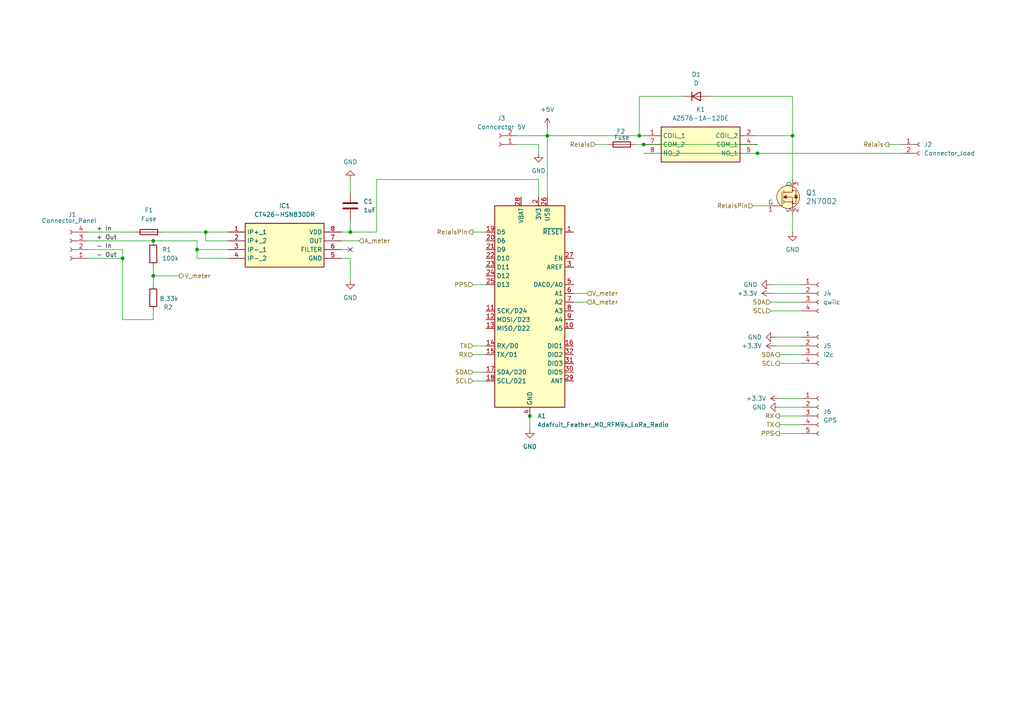
<source format=kicad_sch>
(kicad_sch (version 20231120) (generator "eeschema") (generator_version "8.0")
  (paper "A4")
  (lib_symbols
    (symbol "Connector:Conn_01x02_Socket" (pin_names (offset 1.016) hide)
      (property "Reference" "J" (at 0 2.54 0))
      (property "Value" "Conn_01x02_Socket" (at 0 -5.08 0))
      (symbol "Conn_01x02_Socket_1_1"
        (arc (start 0 -2.032) (mid -0.5058 -2.54) (end 0 -3.048) (stroke (width 0.1524)))
        (polyline (pts (xy -1.27 -2.54) (xy -0.508 -2.54)) (stroke (width 0.1524)))
        (polyline (pts (xy -1.27 0) (xy -0.508 0)) (stroke (width 0.1524)))
        (arc (start 0 0.508) (mid -0.5058 0) (end 0 -0.508) (stroke (width 0.1524)))
        (pin passive line (at -5.08 0 0) (length 3.81) (name "Pin_1") (number "1"))
        (pin passive line (at -5.08 -2.54 0) (length 3.81) (name "Pin_2") (number "2"))
      )
    )
    (symbol "Connector:Conn_01x04_Socket" (pin_names (offset 1.016) hide)
      (property "Reference" "J" (at 0 5.08 0))
      (property "Value" "Conn_01x04_Socket" (at 0 -7.62 0))
      (symbol "Conn_01x04_Socket_1_1"
        (arc (start 0 -4.572) (mid -0.5058 -5.08) (end 0 -5.588) (stroke (width 0.1524)))
        (arc (start 0 -2.032) (mid -0.5058 -2.54) (end 0 -3.048) (stroke (width 0.1524)))
        (polyline (pts (xy -1.27 -5.08) (xy -0.508 -5.08)) (stroke (width 0.1524)))
        (polyline (pts (xy -1.27 -2.54) (xy -0.508 -2.54)) (stroke (width 0.1524)))
        (polyline (pts (xy -1.27 0) (xy -0.508 0)) (stroke (width 0.1524)))
        (polyline (pts (xy -1.27 2.54) (xy -0.508 2.54)) (stroke (width 0.1524)))
        (arc (start 0 0.508) (mid -0.5058 0) (end 0 -0.508) (stroke (width 0.1524)))
        (arc (start 0 3.048) (mid -0.5058 2.54) (end 0 2.032) (stroke (width 0.1524)))
        (pin passive line (at -5.08 2.54 0) (length 3.81) (name "Pin_1") (number "1"))
        (pin passive line (at -5.08 0 0) (length 3.81) (name "Pin_2") (number "2"))
        (pin passive line (at -5.08 -2.54 0) (length 3.81) (name "Pin_3") (number "3"))
        (pin passive line (at -5.08 -5.08 0) (length 3.81) (name "Pin_4") (number "4"))
      )
    )
    (symbol "Connector:Conn_01x05_Socket" (pin_names (offset 1.016) hide)
      (property "Reference" "J" (at 0 7.62 0))
      (property "Value" "Conn_01x05_Socket" (at 0 -7.62 0))
      (symbol "Conn_01x05_Socket_1_1"
        (arc (start 0 -4.572) (mid -0.5058 -5.08) (end 0 -5.588) (stroke (width 0.1524)))
        (arc (start 0 -2.032) (mid -0.5058 -2.54) (end 0 -3.048) (stroke (width 0.1524)))
        (polyline (pts (xy -1.27 -5.08) (xy -0.508 -5.08)) (stroke (width 0.1524)))
        (polyline (pts (xy -1.27 -2.54) (xy -0.508 -2.54)) (stroke (width 0.1524)))
        (polyline (pts (xy -1.27 0) (xy -0.508 0)) (stroke (width 0.1524)))
        (polyline (pts (xy -1.27 2.54) (xy -0.508 2.54)) (stroke (width 0.1524)))
        (polyline (pts (xy -1.27 5.08) (xy -0.508 5.08)) (stroke (width 0.1524)))
        (arc (start 0 0.508) (mid -0.5058 0) (end 0 -0.508) (stroke (width 0.1524)))
        (arc (start 0 3.048) (mid -0.5058 2.54) (end 0 2.032) (stroke (width 0.1524)))
        (arc (start 0 5.588) (mid -0.5058 5.08) (end 0 4.572) (stroke (width 0.1524)))
        (pin passive line (at -5.08 5.08 0) (length 3.81) (name "Pin_1") (number "1"))
        (pin passive line (at -5.08 2.54 0) (length 3.81) (name "Pin_2") (number "2"))
        (pin passive line (at -5.08 0 0) (length 3.81) (name "Pin_3") (number "3"))
        (pin passive line (at -5.08 -2.54 0) (length 3.81) (name "Pin_4") (number "4"))
        (pin passive line (at -5.08 -5.08 0) (length 3.81) (name "Pin_5") (number "5"))
      )
    )
    (symbol "Device:C" (pin_numbers hide) (pin_names (offset 0.254))
      (property "Reference" "C" (at 0.635 2.54 0))
      (property "Value" "C" (at 0.635 -2.54 0))
      (symbol "C_0_1"
        (polyline (pts (xy -2.032 -0.762) (xy 2.032 -0.762)) (stroke (width 0.508)))
        (polyline (pts (xy -2.032 0.762) (xy 2.032 0.762)) (stroke (width 0.508)))
      )
      (symbol "C_1_1"
        (pin passive line (at 0 3.81 270) (length 2.794) (name "~") (number "1"))
        (pin passive line (at 0 -3.81 90) (length 2.794) (name "~") (number "2"))
      )
    )
    (symbol "Device:D" (pin_numbers hide) (pin_names (offset 1.016) hide)
      (property "Reference" "D" (at 0 2.54 0))
      (property "Value" "D" (at 0 -2.54 0))
      (symbol "D_0_1"
        (polyline (pts (xy -1.27 1.27) (xy -1.27 -1.27)) (stroke (width 0.254)))
        (polyline (pts (xy 1.27 0) (xy -1.27 0)))
        (polyline (pts (xy 1.27 1.27) (xy 1.27 -1.27) (xy -1.27 0) (xy 1.27 1.27)) (stroke (width 0.254)))
      )
      (symbol "D_1_1"
        (pin passive line (at -3.81 0 0) (length 2.54) (name "K") (number "1"))
        (pin passive line (at 3.81 0 180) (length 2.54) (name "A") (number "2"))
      )
    )
    (symbol "Device:Fuse" (pin_numbers hide) (pin_names (offset 0))
      (property "Reference" "F" (at 2.032 0 90))
      (property "Value" "Fuse" (at -1.905 0 90))
      (symbol "Fuse_0_1"
        (rectangle (start -0.762 -2.54) (end 0.762 2.54) (stroke (width 0.254)))
        (polyline (pts (xy 0 2.54) (xy 0 -2.54)))
      )
      (symbol "Fuse_1_1"
        (pin passive line (at 0 3.81 270) (length 1.27) (name "~") (number "1"))
        (pin passive line (at 0 -3.81 90) (length 1.27) (name "~") (number "2"))
      )
    )
    (symbol "Device:R" (pin_numbers hide) (pin_names (offset 0))
      (property "Reference" "R" (at 2.032 0 90))
      (property "Value" "R" (at 0 0 90))
      (symbol "R_0_1"
        (rectangle (start -1.016 -2.54) (end 1.016 2.54) (stroke (width 0.254)))
      )
      (symbol "R_1_1"
        (pin passive line (at 0 3.81 270) (length 1.27) (name "~") (number "1"))
        (pin passive line (at 0 -3.81 90) (length 1.27) (name "~") (number "2"))
      )
    )
    (symbol "MCU_Module:Adafruit_Feather_M0_RFM9x_LoRa_Radio"
      (property "Reference" "A" (at -10.16 29.21 0))
      (property "Value" "Adafruit_Feather_M0_RFM9x_LoRa_Radio" (at 2.54 -31.75 0))
      (symbol "Adafruit_Feather_M0_RFM9x_LoRa_Radio_0_1"
        (rectangle (start -10.16 27.94) (end 10.16 -30.48) (stroke (width 0.254)) (fill (type background)))
      )
      (symbol "Adafruit_Feather_M0_RFM9x_LoRa_Radio_1_1"
        (pin input line (at 12.7 20.32 180) (length 2.54) (name "~{RESET}") (number "1"))
        (pin bidirectional line (at 12.7 -7.62 180) (length 2.54) (name "A5") (number "10"))
        (pin bidirectional line (at -12.7 -2.54 0) (length 2.54) (name "SCK/D24") (number "11"))
        (pin bidirectional line (at -12.7 -5.08 0) (length 2.54) (name "MOSI/D23") (number "12"))
        (pin bidirectional line (at -12.7 -7.62 0) (length 2.54) (name "MISO/D22") (number "13"))
        (pin bidirectional line (at -12.7 -12.7 0) (length 2.54) (name "RX/D0") (number "14"))
        (pin bidirectional line (at -12.7 -15.24 0) (length 2.54) (name "TX/D1") (number "15"))
        (pin bidirectional line (at 12.7 -12.7 180) (length 2.54) (name "DIO1") (number "16"))
        (pin bidirectional line (at -12.7 -20.32 0) (length 2.54) (name "SDA/D20") (number "17"))
        (pin bidirectional line (at -12.7 -22.86 0) (length 2.54) (name "SCL/D21") (number "18"))
        (pin bidirectional line (at -12.7 20.32 0) (length 2.54) (name "D5") (number "19"))
        (pin power_in line (at 2.54 30.48 270) (length 2.54) (name "3V3") (number "2"))
        (pin bidirectional line (at -12.7 17.78 0) (length 2.54) (name "D6") (number "20"))
        (pin bidirectional line (at -12.7 15.24 0) (length 2.54) (name "D9") (number "21"))
        (pin bidirectional line (at -12.7 12.7 0) (length 2.54) (name "D10") (number "22"))
        (pin bidirectional line (at -12.7 10.16 0) (length 2.54) (name "D11") (number "23"))
        (pin bidirectional line (at -12.7 7.62 0) (length 2.54) (name "D12") (number "24"))
        (pin bidirectional line (at -12.7 5.08 0) (length 2.54) (name "D13") (number "25"))
        (pin power_in line (at 5.08 30.48 270) (length 2.54) (name "USB") (number "26"))
        (pin input line (at 12.7 12.7 180) (length 2.54) (name "EN") (number "27"))
        (pin power_in line (at -2.54 30.48 270) (length 2.54) (name "VBAT") (number "28"))
        (pin bidirectional line (at 12.7 -22.86 180) (length 2.54) (name "ANT") (number "29"))
        (pin input line (at 12.7 10.16 180) (length 2.54) (name "AREF") (number "3"))
        (pin bidirectional line (at 12.7 -20.32 180) (length 2.54) (name "DIO5") (number "30"))
        (pin bidirectional line (at 12.7 -17.78 180) (length 2.54) (name "DIO3") (number "31"))
        (pin bidirectional line (at 12.7 -15.24 180) (length 2.54) (name "DIO2") (number "32"))
        (pin power_in line (at 0 -33.02 90) (length 2.54) (name "GND") (number "4"))
        (pin bidirectional line (at 12.7 5.08 180) (length 2.54) (name "DAC0/A0") (number "5"))
        (pin bidirectional line (at 12.7 2.54 180) (length 2.54) (name "A1") (number "6"))
        (pin bidirectional line (at 12.7 0 180) (length 2.54) (name "A2") (number "7"))
        (pin bidirectional line (at 12.7 -2.54 180) (length 2.54) (name "A3") (number "8"))
        (pin bidirectional line (at 12.7 -5.08 180) (length 2.54) (name "A4") (number "9"))
      )
    )
    (symbol "SamacSys_Parts:AZ576-1A-12DE"
      (property "Reference" "K" (at 29.21 7.62 0))
      (property "Value" "AZ576-1A-12DE" (at 29.21 5.08 0))
      (symbol "AZ576-1A-12DE_1_1"
        (rectangle (start 5.08 2.54) (end 27.94 -7.62) (stroke (width 0.254)) (fill (type background)))
        (pin passive line (at 0 0 0) (length 5.08) (name "COIL_1") (number "1"))
        (pin passive line (at 33.02 0 180) (length 5.08) (name "COIL_2") (number "2"))
        (pin passive line (at 33.02 -2.54 180) (length 5.08) (name "COM_1") (number "4"))
        (pin passive line (at 33.02 -5.08 180) (length 5.08) (name "NO_1") (number "5"))
        (pin passive line (at 0 -2.54 0) (length 5.08) (name "COM_2") (number "7"))
        (pin passive line (at 0 -5.08 0) (length 5.08) (name "NO_2") (number "8"))
      )
    )
    (symbol "SamacSys_Parts:CT426-HSN830DR"
      (property "Reference" "IC" (at 29.21 7.62 0))
      (property "Value" "CT426-HSN830DR" (at 29.21 5.08 0))
      (symbol "CT426-HSN830DR_1_1"
        (rectangle (start 5.08 2.54) (end 27.94 -10.16) (stroke (width 0.254)) (fill (type background)))
        (pin passive line (at 0 0 0) (length 5.08) (name "IP+_1") (number "1"))
        (pin passive line (at 0 -2.54 0) (length 5.08) (name "IP+_2") (number "2"))
        (pin passive line (at 0 -5.08 0) (length 5.08) (name "IP-_1") (number "3"))
        (pin passive line (at 0 -7.62 0) (length 5.08) (name "IP-_2") (number "4"))
        (pin passive line (at 33.02 -7.62 180) (length 5.08) (name "GND") (number "5"))
        (pin passive line (at 33.02 -5.08 180) (length 5.08) (name "FILTER") (number "6"))
        (pin passive line (at 33.02 -2.54 180) (length 5.08) (name "OUT") (number "7"))
        (pin passive line (at 33.02 0 180) (length 5.08) (name "VDD") (number "8"))
      )
    )
    (symbol "dk_Transistors-FETs-MOSFETs-Single:2N7002" (pin_names (offset 0))
      (property "Reference" "Q" (at -2.6924 3.6322 0))
      (property "Value" "2N7002" (at 3.4544 0 90))
      (symbol "2N7002_0_1"
        (circle (center -1.27 0) (radius 3.302) (fill (type background)))
        (circle (center 0 -1.905) (radius 0.127))
        (circle (center 0 -1.397) (radius 0.127))
        (polyline (pts (xy 0 -1.397) (xy -2.54 -1.397)))
        (polyline (pts (xy -5.08 -2.54) (xy -3.048 -2.54) (xy -3.048 1.397)))
        (polyline (pts (xy 0 -2.54) (xy 0 0) (xy -2.54 0)))
        (polyline (pts (xy 0 2.54) (xy 0 1.397) (xy -2.54 1.397)))
        (polyline (pts (xy -0.127 -1.905) (xy 1.016 -1.905) (xy 1.016 1.397) (xy 1.016 1.905) (xy -0.127 1.905)))
        (circle (center 0 1.905) (radius 0.127))
      )
      (symbol "2N7002_1_1"
        (polyline (pts (xy -2.54 -1.397) (xy -2.54 -1.905)))
        (polyline (pts (xy -2.54 -1.397) (xy -2.54 -0.889)))
        (polyline (pts (xy -2.54 0) (xy -2.54 -0.508)))
        (polyline (pts (xy -2.54 0) (xy -2.54 0.508)))
        (polyline (pts (xy -2.54 1.905) (xy -2.54 0.889)))
        (polyline (pts (xy 1.524 0.508) (xy 0.508 0.508)))
        (polyline (pts (xy -2.54 0) (xy -1.778 0.508) (xy -1.778 -0.508) (xy -2.54 0)) (fill (type outline)))
        (polyline (pts (xy 1.016 0.508) (xy 0.508 -0.254) (xy 1.524 -0.254) (xy 1.016 0.508)) (fill (type outline)))
        (pin bidirectional line (at -7.62 -2.54 0) (length 2.54) (name "G") (number "1"))
        (pin bidirectional line (at 0 -5.08 90) (length 2.54) (name "S") (number "2"))
        (pin bidirectional line (at 0 5.08 270) (length 2.54) (name "D") (number "3"))
      )
    )
    (symbol "power:+3.3V" (power) (pin_numbers hide) (pin_names (offset 0) hide)
      (property "Value" "+3.3V" (at 0 3.556 0))
      (symbol "+3.3V_0_1"
        (polyline (pts (xy -0.762 1.27) (xy 0 2.54)))
        (polyline (pts (xy 0 0) (xy 0 2.54)))
        (polyline (pts (xy 0 2.54) (xy 0.762 1.27)))
      )
      (symbol "+3.3V_1_1"
        (pin power_in line (at 0 0 90) (length 0) (name "~") (number "1"))
      )
    )
    (symbol "power:+5V" (power) (pin_numbers hide) (pin_names (offset 0) hide)
      (property "Value" "+5V" (at 0 3.556 0))
      (symbol "+5V_0_1"
        (polyline (pts (xy -0.762 1.27) (xy 0 2.54)))
        (polyline (pts (xy 0 0) (xy 0 2.54)))
        (polyline (pts (xy 0 2.54) (xy 0.762 1.27)))
      )
      (symbol "+5V_1_1"
        (pin power_in line (at 0 0 90) (length 0) (name "~") (number "1"))
      )
    )
    (symbol "power:GND" (power) (pin_numbers hide) (pin_names (offset 0) hide)
      (property "Value" "GND" (at 0 -3.81 0))
      (symbol "GND_0_1"
        (polyline (pts (xy 0 0) (xy 0 -1.27) (xy 1.27 -1.27) (xy 0 -2.54) (xy -1.27 -1.27) (xy 0 -1.27)))
      )
      (symbol "GND_1_1"
        (pin power_in line (at 0 0 270) (length 0) (name "~") (number "1"))
      )
    )
  )
  (junction (at 153.67 120.65))
  (junction (at 59.69 67.31))
  (junction (at 186.69 41.91))
  (junction (at 101.6 67.31))
  (junction (at 185.42 39.37))
  (junction (at 35.56 74.93))
  (junction (at 158.75 39.37))
  (junction (at 229.87 39.37))
  (junction (at 219.71 44.45))
  (junction (at 44.45 69.85))
  (junction (at 44.45 80.01))
  (junction (at 57.15 72.39))
  (no_connect (at 101.6 72.39))
  (wire (pts (xy 223.52 87.63) (xy 232.41 87.63)))
  (wire (pts (xy 101.6 67.31) (xy 99.06 67.31)))
  (wire (pts (xy 166.37 85.09) (xy 170.18 85.09)))
  (wire (pts (xy 109.22 52.07) (xy 109.22 67.31)))
  (wire (pts (xy 44.45 80.01) (xy 44.45 82.55)))
  (wire (pts (xy 184.15 41.91) (xy 186.69 41.91)))
  (wire (pts (xy 149.86 41.91) (xy 156.21 41.91)))
  (wire (pts (xy 59.69 69.85) (xy 59.69 67.31)))
  (wire (pts (xy 185.42 39.37) (xy 158.75 39.37)))
  (wire (pts (xy 59.69 67.31) (xy 66.04 67.31)))
  (wire (pts (xy 25.4 67.31) (xy 39.37 67.31)))
  (wire (pts (xy 35.56 72.39) (xy 35.56 74.93)))
  (wire (pts (xy 226.06 125.73) (xy 232.41 125.73)))
  (wire (pts (xy 226.06 115.57) (xy 232.41 115.57)))
  (wire (pts (xy 166.37 87.63) (xy 170.18 87.63)))
  (wire (pts (xy 226.06 123.19) (xy 232.41 123.19)))
  (wire (pts (xy 35.56 74.93) (xy 25.4 74.93)))
  (wire (pts (xy 186.69 44.45) (xy 219.71 44.45)))
  (wire (pts (xy 44.45 92.71) (xy 44.45 90.17)))
  (wire (pts (xy 218.44 59.69) (xy 222.25 59.69)))
  (wire (pts (xy 158.75 39.37) (xy 158.75 36.83)))
  (wire (pts (xy 99.06 69.85) (xy 104.14 69.85)))
  (wire (pts (xy 186.69 39.37) (xy 185.42 39.37)))
  (wire (pts (xy 223.52 85.09) (xy 232.41 85.09)))
  (wire (pts (xy 25.4 69.85) (xy 44.45 69.85)))
  (wire (pts (xy 153.67 120.65) (xy 153.67 119.38)))
  (wire (pts (xy 156.21 41.91) (xy 156.21 44.45)))
  (wire (pts (xy 226.06 102.87) (xy 232.41 102.87)))
  (wire (pts (xy 149.86 39.37) (xy 158.75 39.37)))
  (wire (pts (xy 229.87 62.23) (xy 229.87 67.31)))
  (wire (pts (xy 44.45 69.85) (xy 57.15 69.85)))
  (wire (pts (xy 156.21 57.15) (xy 156.21 52.07)))
  (wire (pts (xy 35.56 92.71) (xy 44.45 92.71)))
  (wire (pts (xy 101.6 63.5) (xy 101.6 67.31)))
  (wire (pts (xy 226.06 118.11) (xy 232.41 118.11)))
  (wire (pts (xy 185.42 27.94) (xy 185.42 39.37)))
  (wire (pts (xy 186.69 41.91) (xy 219.71 41.91)))
  (wire (pts (xy 46.99 67.31) (xy 59.69 67.31)))
  (wire (pts (xy 44.45 80.01) (xy 52.07 80.01)))
  (wire (pts (xy 224.79 97.79) (xy 232.41 97.79)))
  (wire (pts (xy 137.16 110.49) (xy 140.97 110.49)))
  (wire (pts (xy 99.06 74.93) (xy 101.6 74.93)))
  (wire (pts (xy 223.52 90.17) (xy 232.41 90.17)))
  (wire (pts (xy 223.52 82.55) (xy 232.41 82.55)))
  (wire (pts (xy 25.4 72.39) (xy 35.56 72.39)))
  (wire (pts (xy 57.15 69.85) (xy 57.15 72.39)))
  (wire (pts (xy 137.16 67.31) (xy 140.97 67.31)))
  (wire (pts (xy 101.6 74.93) (xy 101.6 81.28)))
  (wire (pts (xy 57.15 74.93) (xy 57.15 72.39)))
  (wire (pts (xy 66.04 74.93) (xy 57.15 74.93)))
  (wire (pts (xy 226.06 105.41) (xy 232.41 105.41)))
  (wire (pts (xy 219.71 44.45) (xy 261.62 44.45)))
  (wire (pts (xy 229.87 27.94) (xy 229.87 39.37)))
  (wire (pts (xy 137.16 102.87) (xy 140.97 102.87)))
  (wire (pts (xy 153.67 120.65) (xy 153.67 124.46)))
  (wire (pts (xy 219.71 39.37) (xy 229.87 39.37)))
  (wire (pts (xy 109.22 67.31) (xy 101.6 67.31)))
  (wire (pts (xy 156.21 52.07) (xy 109.22 52.07)))
  (wire (pts (xy 226.06 120.65) (xy 232.41 120.65)))
  (wire (pts (xy 229.87 39.37) (xy 229.87 52.07)))
  (wire (pts (xy 172.72 41.91) (xy 176.53 41.91)))
  (wire (pts (xy 99.06 72.39) (xy 101.6 72.39)))
  (wire (pts (xy 44.45 77.47) (xy 44.45 80.01)))
  (wire (pts (xy 158.75 39.37) (xy 158.75 57.15)))
  (wire (pts (xy 205.74 27.94) (xy 229.87 27.94)))
  (wire (pts (xy 198.12 27.94) (xy 185.42 27.94)))
  (wire (pts (xy 224.79 100.33) (xy 232.41 100.33)))
  (wire (pts (xy 66.04 69.85) (xy 59.69 69.85)))
  (wire (pts (xy 257.81 41.91) (xy 261.62 41.91)))
  (wire (pts (xy 35.56 74.93) (xy 35.56 92.71)))
  (wire (pts (xy 137.16 107.95) (xy 140.97 107.95)))
  (wire (pts (xy 57.15 72.39) (xy 66.04 72.39)))
  (wire (pts (xy 137.16 82.55) (xy 140.97 82.55)))
  (wire (pts (xy 137.16 100.33) (xy 140.97 100.33)))
  (wire (pts (xy 101.6 52.07) (xy 101.6 55.88)))
  (label "+ Out" (at 27.94 69.85 0))
  (label "+ In" (at 27.94 67.31 0))
  (label "- In" (at 27.94 72.39 0))
  (label "- Out" (at 27.94 74.93 0))
  (hierarchical_label "SCL" (shape input) (at 223.52 90.17 180))
  (hierarchical_label "PPS" (shape output) (at 226.06 125.73 180))
  (hierarchical_label "RelaisPin" (shape output) (at 137.16 67.31 180))
  (hierarchical_label "Relais" (shape input) (at 172.72 41.91 180))
  (hierarchical_label "RX" (shape output) (at 226.06 120.65 180))
  (hierarchical_label "RX" (shape input) (at 137.16 102.87 180))
  (hierarchical_label "Relais" (shape output) (at 257.81 41.91 180))
  (hierarchical_label "TX" (shape output) (at 226.06 123.19 180))
  (hierarchical_label "V_meter" (shape input) (at 170.18 85.09 0))
  (hierarchical_label "SCL" (shape input) (at 137.16 110.49 180))
  (hierarchical_label "SDA" (shape input) (at 223.52 87.63 180))
  (hierarchical_label "A_meter" (shape input) (at 170.18 87.63 0))
  (hierarchical_label "TX" (shape input) (at 137.16 100.33 180))
  (hierarchical_label "RelaisPin" (shape input) (at 218.44 59.69 180))
  (hierarchical_label "SCL" (shape output) (at 226.06 105.41 180))
  (hierarchical_label "SDA" (shape output) (at 226.06 102.87 180))
  (hierarchical_label "A_meter" (shape input) (at 104.14 69.85 0))
  (hierarchical_label "PPS" (shape input) (at 137.16 82.55 180))
  (hierarchical_label "V_meter" (shape output) (at 52.07 80.01 0))
  (hierarchical_label "SDA" (shape input) (at 137.16 107.95 180))
  (symbol (lib_id "power:GND") (at 224.79 97.79 270) (unit 1)
    (property "Reference" "#PWR07" (effects (hide yes)))
    (property "Value" "GND" (at 220.98 97.7899 90) (effects (justify right)))
    (property "Description" "Power symbol creates a global label with name \"GND\" , ground" (effects (hide yes)))
  )
  (symbol (lib_id "power:+3.3V") (at 224.79 100.33 90) (unit 1)
    (property "Reference" "#PWR09" (effects (hide yes)))
    (property "Value" "+3.3V" (at 220.98 100.3299 90) (effects (justify left)))
    (property "Description" "Power symbol creates a global label with name \"+3.3V\"" (effects (hide yes)))
  )
  (symbol (lib_id "Connector:Conn_01x02_Socket") (at 266.7 41.91 0) (unit 1)
    (property "Reference" "J2" (at 267.97 41.9099 0) (effects (justify left)))
    (property "Value" "Connector_load" (at 267.97 44.4499 0) (effects (justify left)))
    (property "Footprint" "Connector_Phoenix_MSTB:PhoenixContact_MSTBA_2,5_2-G-5,08_1x02_P5.08mm_Horizontal" (effects (hide yes)))
    (property "Description" "Generic connector, single row, 01x02, script generated" (effects (hide yes)))
  )
  (symbol (lib_id "Device:R") (at 44.45 73.66 0) (unit 1)
    (property "Reference" "R1" (at 46.99 72.3899 0) (effects (justify left)))
    (property "Value" "100k" (at 46.99 74.9299 0) (effects (justify left)))
    (property "Footprint" "Resistor_SMD:R_0201_0603Metric" (effects (hide yes)))
    (property "Description" "Resistor" (effects (hide yes)))
  )
  (symbol (lib_id "Device:Fuse") (at 180.34 41.91 90) (unit 1)
    (property "Reference" "F2" (at 180.086 38.1 90))
    (property "Value" "Fuse" (at 180.34 39.878 90))
    (property "Footprint" "Fuse:Fuseholder_Clip-6.3x32mm_Littelfuse_102_Inline_P34.21x7.62mm_D2.54mm_Horizontal" (effects (hide yes)))
    (property "Description" "Fuse" (effects (hide yes)))
  )
  (symbol (lib_id "SamacSys_Parts:AZ576-1A-12DE") (at 186.69 39.37 0) (unit 1)
    (property "Reference" "K1" (at 203.2 31.75 0))
    (property "Value" "AZ576-1A-12DE" (at 203.2 34.29 0))
    (property "Footprint" "AZ5761A12DE" (effects (hide yes)))
    (property "Datasheet" "https://www.azettler.com/pdfs/az576.pdf" (effects (hide yes)))
    (property "Description" "General Purpose Relay SPST-NO (1 Form A) 12VDC Coil Through Hole" (effects (hide yes)))
    (property "Height" "15.8" (effects (hide yes)))
    (property "Manufacturer_Name" "Zettler Group" (effects (hide yes)))
    (property "Manufacturer_Part_Number" "AZ576-1A-12DE" (effects (hide yes)))
  )
  (symbol (lib_id "power:GND") (at 229.87 67.31 0) (unit 1)
    (property "Reference" "#PWR06" (effects (hide yes)))
    (property "Value" "GND" (at 229.87 72.39 0))
    (property "Description" "Power symbol creates a global label with name \"GND\" , ground" (effects (hide yes)))
  )
  (symbol (lib_id "MCU_Module:Adafruit_Feather_M0_RFM9x_LoRa_Radio") (at 153.67 87.63 0) (unit 1)
    (property "Reference" "A1" (at 155.8641 120.65 0) (effects (justify left)))
    (property "Value" "Adafruit_Feather_M0_RFM9x_LoRa_Radio" (at 155.8641 123.19 0) (effects (justify left)))
    (property "Footprint" "Module:Adafruit_Feather_M0_RFM" (effects (hide yes)))
    (property "Datasheet" "https://cdn-learn.adafruit.com/downloads/pdf/adafruit-feather-m0-radio-with-lora-radio-module.pdf" (effects (hide yes)))
    (property "Description" "Microcontroller module with SAMD21 Cortex-M0 MCU and RFM9x Radio" (effects (hide yes)))
  )
  (symbol (lib_id "Connector:Conn_01x04_Socket") (at 237.49 100.33 0) (unit 1)
    (property "Reference" "J5" (at 238.76 100.3299 0) (effects (justify left)))
    (property "Value" "i2c" (at 238.76 102.8699 0) (effects (justify left)))
    (property "Footprint" "Connector_PinHeader_2.54mm:PinHeader_1x04_P2.54mm_Vertical" (effects (hide yes)))
    (property "Description" "Generic connector, single row, 01x04, script generated" (effects (hide yes)))
  )
  (symbol (lib_id "dk_Transistors-FETs-MOSFETs-Single:2N7002") (at 229.87 57.15 0) (unit 1)
    (property "Reference" "Q1" (at 233.68 55.8799 0) (effects (font (size 1.524 1.524)) (justify left)))
    (property "Value" "2N7002" (at 233.68 58.4199 0) (effects (font (size 1.524 1.524)) (justify left)))
    (property "Footprint" "digikey-footprints:SOT-23-3" (effects (hide yes)))
    (property "Datasheet" "https://www.onsemi.com/pub/Collateral/NDS7002A-D.PDF" (effects (hide yes)))
    (property "Description" "MOSFET N-CH 60V 115MA SOT-23" (effects (hide yes)))
    (property "Digi-Key_PN" "2N7002NCT-ND" (effects (hide yes)))
    (property "MPN" "2N7002" (effects (hide yes)))
    (property "Category" "Discrete Semiconductor Products" (effects (hide yes)))
    (property "Family" "Transistors - FETs, MOSFETs - Single" (effects (hide yes)))
    (property "DK_Datasheet_Link" "https://www.onsemi.com/pub/Collateral/NDS7002A-D.PDF" (effects (hide yes)))
    (property "DK_Detail_Page" "/product-detail/en/on-semiconductor/2N7002/2N7002NCT-ND/244664" (effects (hide yes)))
    (property "Description_1" "MOSFET N-CH 60V 115MA SOT-23" (effects (hide yes)))
    (property "Manufacturer" "ON Semiconductor" (effects (hide yes)))
    (property "Status" "Active" (effects (hide yes)))
  )
  (symbol (lib_id "power:GND") (at 226.06 118.11 270) (unit 1)
    (property "Reference" "#PWR012" (effects (hide yes)))
    (property "Value" "GND" (at 222.25 118.1099 90) (effects (justify right)))
    (property "Description" "Power symbol creates a global label with name \"GND\" , ground" (effects (hide yes)))
  )
  (symbol (lib_id "power:+5V") (at 158.75 36.83 0) (unit 1)
    (property "Reference" "#PWR01" (effects (hide yes)))
    (property "Value" "+5V" (at 158.75 31.75 0))
    (property "Description" "Power symbol creates a global label with name \"+5V\"" (effects (hide yes)))
  )
  (symbol (lib_id "Device:Fuse") (at 43.18 67.31 90) (unit 1)
    (property "Reference" "F1" (at 43.18 60.96 90))
    (property "Value" "Fuse" (at 43.18 63.5 90))
    (property "Footprint" "Fuse:Fuseholder_Clip-6.3x32mm_Littelfuse_102_Inline_P34.21x7.62mm_D2.54mm_Horizontal" (effects (hide yes)))
    (property "Description" "Fuse" (effects (hide yes)))
  )
  (symbol (lib_id "power:GND") (at 223.52 82.55 270) (unit 1)
    (property "Reference" "#PWR08" (effects (hide yes)))
    (property "Value" "GND" (at 219.71 82.5499 90) (effects (justify right)))
    (property "Description" "Power symbol creates a global label with name \"GND\" , ground" (effects (hide yes)))
  )
  (symbol (lib_id "Connector:Conn_01x02_Socket") (at 144.78 41.91 180) (unit 1)
    (property "Reference" "J3" (at 145.415 34.29 0))
    (property "Value" "Conncector 5V" (at 145.415 36.83 0))
    (property "Footprint" "Connector_PinHeader_2.54mm:PinHeader_1x02_P2.54mm_Vertical" (effects (hide yes)))
    (property "Description" "Generic connector, single row, 01x02, script generated" (effects (hide yes)))
  )
  (symbol (lib_id "Connector:Conn_01x04_Socket") (at 20.32 72.39 180) (unit 1)
    (property "Reference" "J1" (at 20.955 62.23 0))
    (property "Value" "Connector_Panel" (at 20.066 64.008 0))
    (property "Footprint" "Connector_Phoenix_MSTB:PhoenixContact_MSTBA_2,5_4-G-5,08_1x04_P5.08mm_Horizontal" (effects (hide yes)))
    (property "Description" "Generic connector, single row, 01x04, script generated" (effects (hide yes)))
  )
  (symbol (lib_id "Connector:Conn_01x04_Socket") (at 237.49 85.09 0) (unit 1)
    (property "Reference" "J4" (at 238.76 85.0899 0) (effects (justify left)))
    (property "Value" "qwiic" (at 238.76 87.6299 0) (effects (justify left)))
    (property "Footprint" "Connector_JST:JST_SH_SM04B-SRSS-TB_1x04-1MP_P1.00mm_Horizontal" (effects (hide yes)))
    (property "Description" "Generic connector, single row, 01x04, script generated" (effects (hide yes)))
  )
  (symbol (lib_id "power:GND") (at 101.6 52.07 180) (unit 1)
    (property "Reference" "#PWR04" (effects (hide yes)))
    (property "Value" "GND" (at 101.6 46.99 0))
    (property "Description" "Power symbol creates a global label with name \"GND\" , ground" (effects (hide yes)))
  )
  (symbol (lib_id "power:GND") (at 101.6 81.28 0) (unit 1)
    (property "Reference" "#PWR05" (effects (hide yes)))
    (property "Value" "GND" (at 101.6 86.36 0))
    (property "Description" "Power symbol creates a global label with name \"GND\" , ground" (effects (hide yes)))
  )
  (symbol (lib_id "Device:C") (at 101.6 59.69 0) (unit 1)
    (property "Reference" "C1" (at 105.41 58.4199 0) (effects (justify left)))
    (property "Value" "1uF" (at 105.41 60.9599 0) (effects (justify left)))
    (property "Footprint" "Capacitor_SMD:C_0201_0603Metric" (effects (hide yes)))
    (property "Description" "Unpolarized capacitor" (effects (hide yes)))
  )
  (symbol (lib_id "Connector:Conn_01x05_Socket") (at 237.49 120.65 0) (unit 1)
    (property "Reference" "J6" (at 238.76 119.3799 0) (effects (justify left)))
    (property "Value" "GPS" (at 238.76 121.9199 0) (effects (justify left)))
    (property "Footprint" "Connector_PinHeader_2.54mm:PinHeader_1x05_P2.54mm_Vertical" (effects (hide yes)))
    (property "Description" "Generic connector, single row, 01x05, script generated" (effects (hide yes)))
  )
  (symbol (lib_id "Device:D") (at 201.93 27.94 0) (unit 1)
    (property "Reference" "D1" (at 201.93 21.59 0))
    (property "Value" "D" (at 201.93 24.13 0))
    (property "Footprint" "Resistor_THT:R_Axial_DIN0204_L3.6mm_D1.6mm_P7.62mm_Horizontal" (effects (hide yes)))
    (property "Description" "Diode" (effects (hide yes)))
    (property "Sim.Device" "D" (effects (hide yes)))
    (property "Sim.Pins" "1=K 2=A" (effects (hide yes)))
  )
  (symbol (lib_id "power:GND") (at 156.21 44.45 0) (unit 1)
    (property "Reference" "#PWR02" (effects (hide yes)))
    (property "Value" "GND" (at 156.21 49.53 0))
    (property "Description" "Power symbol creates a global label with name \"GND\" , ground" (effects (hide yes)))
  )
  (symbol (lib_id "Device:R") (at 44.45 86.36 0) (unit 1)
    (property "Reference" "R2" (at 48.768 89.154 0))
    (property "Value" "8,33k" (at 49.022 86.614 0))
    (property "Footprint" "Resistor_SMD:R_0201_0603Metric" (effects (hide yes)))
    (property "Description" "Resistor" (effects (hide yes)))
  )
  (symbol (lib_id "power:+3.3V") (at 226.06 115.57 90) (unit 1)
    (property "Reference" "#PWR011" (effects (hide yes)))
    (property "Value" "+3.3V" (at 222.25 115.5699 90) (effects (justify left)))
    (property "Description" "Power symbol creates a global label with name \"+3.3V\"" (effects (hide yes)))
  )
  (symbol (lib_id "power:+3.3V") (at 223.52 85.09 90) (unit 1)
    (property "Reference" "#PWR010" (effects (hide yes)))
    (property "Value" "+3.3V" (at 219.71 85.0899 90) (effects (justify left)))
    (property "Description" "Power symbol creates a global label with name \"+3.3V\"" (effects (hide yes)))
  )
  (symbol (lib_id "SamacSys_Parts:CT426-HSN830DR") (at 66.04 67.31 0) (unit 1)
    (property "Reference" "IC1" (at 82.55 59.69 0))
    (property "Value" "CT426-HSN830DR" (at 82.55 62.23 0))
    (property "Footprint" "SOIC127P600X172-8N" (effects (hide yes)))
    (property "Datasheet" "https://www.mouser.co.uk/datasheet/2/779/Crocus_09242021_CT426-2583761.pdf" (effects (hide yes)))
    (property "Description" "Board Mount Current Sensors XtremeSense TMR Ultra-Low Noise, 8-lead SOIC (30 ADC; VDD = 3.0 V; Up to +125 C)" (effects (hide yes)))
    (property "Height" "1.72" (effects (hide yes)))
    (property "Manufacturer_Name" "Crocus" (effects (hide yes)))
    (property "Manufacturer_Part_Number" "CT426-HSN830DR" (effects (hide yes)))
  )
  (symbol (lib_id "power:GND") (at 153.67 124.46 0) (unit 1)
    (property "Reference" "#PWR03" (effects (hide yes)))
    (property "Value" "GND" (at 153.67 129.54 0))
    (property "Description" "Power symbol creates a global label with name \"GND\" , ground" (effects (hide yes)))
  )
)
</source>
